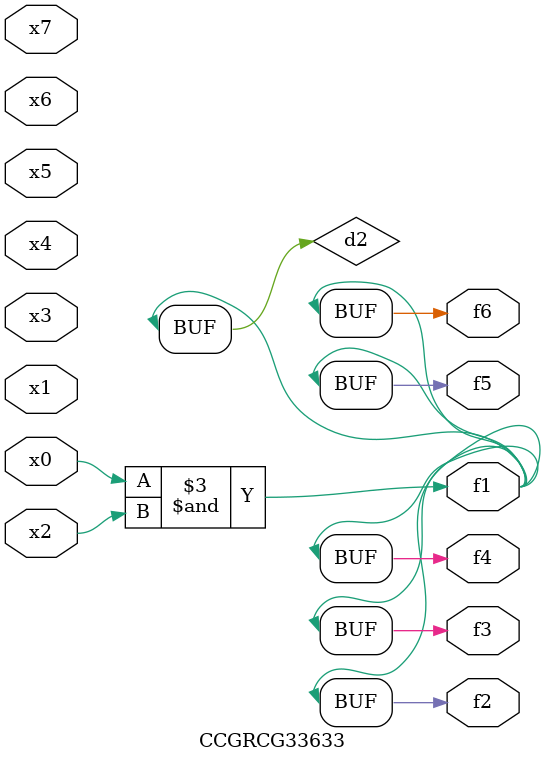
<source format=v>
module CCGRCG33633(
	input x0, x1, x2, x3, x4, x5, x6, x7,
	output f1, f2, f3, f4, f5, f6
);

	wire d1, d2;

	nor (d1, x3, x6);
	and (d2, x0, x2);
	assign f1 = d2;
	assign f2 = d2;
	assign f3 = d2;
	assign f4 = d2;
	assign f5 = d2;
	assign f6 = d2;
endmodule

</source>
